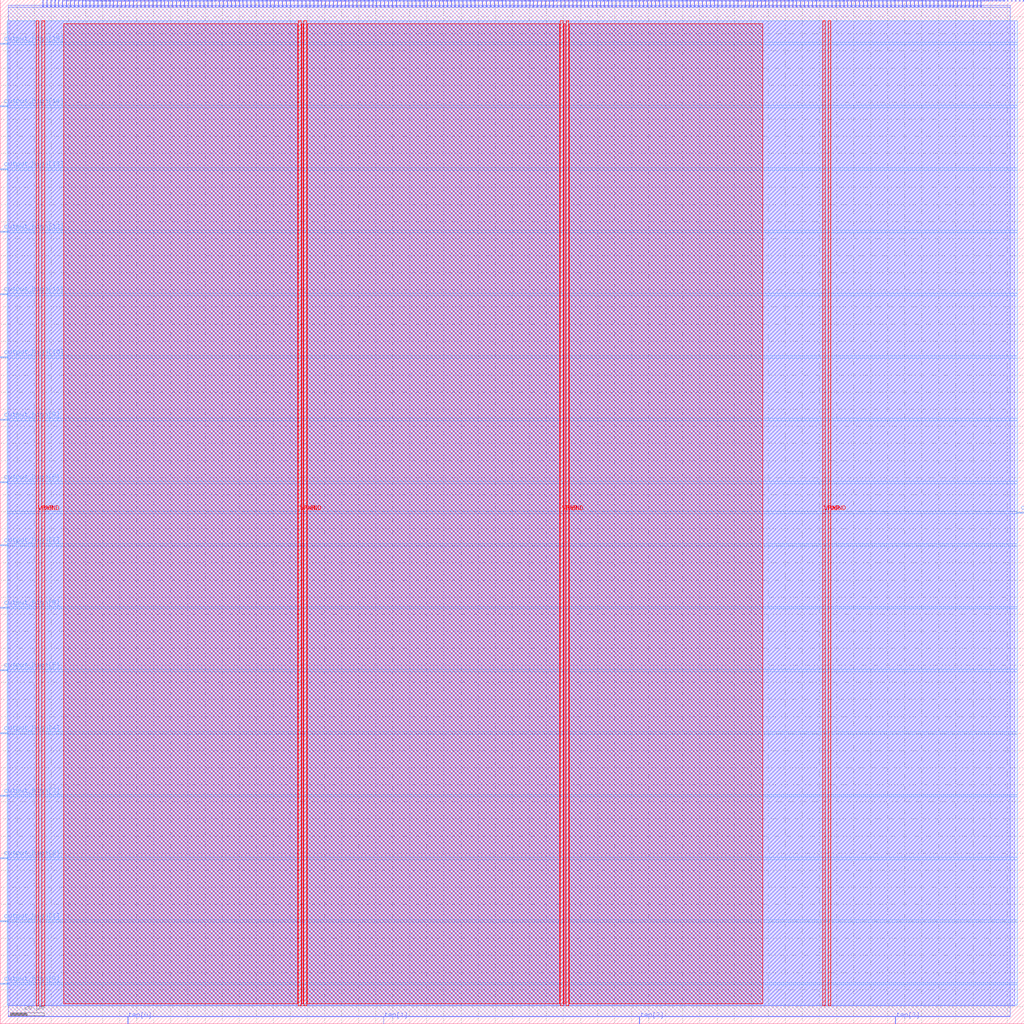
<source format=lef>
VERSION 5.7 ;
  NOWIREEXTENSIONATPIN ON ;
  DIVIDERCHAR "/" ;
  BUSBITCHARS "[]" ;
MACRO highpass
  CLASS BLOCK ;
  FOREIGN highpass ;
  ORIGIN 0.000 0.000 ;
  SIZE 600.000 BY 600.000 ;
  PIN VGND
    DIRECTION INOUT ;
    USE GROUND ;
    PORT
      LAYER met4 ;
        RECT 24.340 10.640 25.940 587.760 ;
    END
    PORT
      LAYER met4 ;
        RECT 177.940 10.640 179.540 587.760 ;
    END
    PORT
      LAYER met4 ;
        RECT 331.540 10.640 333.140 587.760 ;
    END
    PORT
      LAYER met4 ;
        RECT 485.140 10.640 486.740 587.760 ;
    END
  END VGND
  PIN VPWR
    DIRECTION INOUT ;
    USE POWER ;
    PORT
      LAYER met4 ;
        RECT 21.040 10.640 22.640 587.760 ;
    END
    PORT
      LAYER met4 ;
        RECT 174.640 10.640 176.240 587.760 ;
    END
    PORT
      LAYER met4 ;
        RECT 328.240 10.640 329.840 587.760 ;
    END
    PORT
      LAYER met4 ;
        RECT 481.840 10.640 483.440 587.760 ;
    END
  END VPWR
  PIN clk
    DIRECTION INPUT ;
    USE SIGNAL ;
    ANTENNAGATEAREA 0.852000 ;
    ANTENNADIFFAREA 0.434700 ;
    PORT
      LAYER met3 ;
        RECT 596.000 299.240 600.000 299.840 ;
    END
  END clk
  PIN input_data[0]
    DIRECTION INPUT ;
    USE SIGNAL ;
    ANTENNAGATEAREA 0.247500 ;
    ANTENNADIFFAREA 0.434700 ;
    PORT
      LAYER met2 ;
        RECT 24.930 596.000 25.210 600.000 ;
    END
  END input_data[0]
  PIN input_data[100]
    DIRECTION INPUT ;
    USE SIGNAL ;
    ANTENNAGATEAREA 0.213000 ;
    ANTENNADIFFAREA 0.434700 ;
    PORT
      LAYER met2 ;
        RECT 254.930 596.000 255.210 600.000 ;
    END
  END input_data[100]
  PIN input_data[101]
    DIRECTION INPUT ;
    USE SIGNAL ;
    ANTENNAGATEAREA 0.196500 ;
    ANTENNADIFFAREA 0.434700 ;
    PORT
      LAYER met2 ;
        RECT 257.230 596.000 257.510 600.000 ;
    END
  END input_data[101]
  PIN input_data[102]
    DIRECTION INPUT ;
    USE SIGNAL ;
    ANTENNAGATEAREA 0.196500 ;
    ANTENNADIFFAREA 0.434700 ;
    PORT
      LAYER met2 ;
        RECT 259.530 596.000 259.810 600.000 ;
    END
  END input_data[102]
  PIN input_data[103]
    DIRECTION INPUT ;
    USE SIGNAL ;
    ANTENNAGATEAREA 0.196500 ;
    ANTENNADIFFAREA 0.434700 ;
    PORT
      LAYER met2 ;
        RECT 261.830 596.000 262.110 600.000 ;
    END
  END input_data[103]
  PIN input_data[104]
    DIRECTION INPUT ;
    USE SIGNAL ;
    ANTENNAGATEAREA 0.196500 ;
    ANTENNADIFFAREA 0.434700 ;
    PORT
      LAYER met2 ;
        RECT 264.130 596.000 264.410 600.000 ;
    END
  END input_data[104]
  PIN input_data[105]
    DIRECTION INPUT ;
    USE SIGNAL ;
    ANTENNAGATEAREA 0.196500 ;
    ANTENNADIFFAREA 0.434700 ;
    PORT
      LAYER met2 ;
        RECT 266.430 596.000 266.710 600.000 ;
    END
  END input_data[105]
  PIN input_data[106]
    DIRECTION INPUT ;
    USE SIGNAL ;
    ANTENNAGATEAREA 0.196500 ;
    ANTENNADIFFAREA 0.434700 ;
    PORT
      LAYER met2 ;
        RECT 268.730 596.000 269.010 600.000 ;
    END
  END input_data[106]
  PIN input_data[107]
    DIRECTION INPUT ;
    USE SIGNAL ;
    ANTENNAGATEAREA 0.196500 ;
    ANTENNADIFFAREA 0.434700 ;
    PORT
      LAYER met2 ;
        RECT 271.030 596.000 271.310 600.000 ;
    END
  END input_data[107]
  PIN input_data[108]
    DIRECTION INPUT ;
    USE SIGNAL ;
    ANTENNAGATEAREA 0.213000 ;
    ANTENNADIFFAREA 0.434700 ;
    PORT
      LAYER met2 ;
        RECT 273.330 596.000 273.610 600.000 ;
    END
  END input_data[108]
  PIN input_data[109]
    DIRECTION INPUT ;
    USE SIGNAL ;
    ANTENNAGATEAREA 0.126000 ;
    ANTENNADIFFAREA 0.434700 ;
    PORT
      LAYER met2 ;
        RECT 275.630 596.000 275.910 600.000 ;
    END
  END input_data[109]
  PIN input_data[10]
    DIRECTION INPUT ;
    USE SIGNAL ;
    ANTENNAGATEAREA 0.247500 ;
    ANTENNADIFFAREA 0.434700 ;
    PORT
      LAYER met2 ;
        RECT 47.930 596.000 48.210 600.000 ;
    END
  END input_data[10]
  PIN input_data[110]
    DIRECTION INPUT ;
    USE SIGNAL ;
    ANTENNAGATEAREA 0.196500 ;
    ANTENNADIFFAREA 0.434700 ;
    PORT
      LAYER met2 ;
        RECT 277.930 596.000 278.210 600.000 ;
    END
  END input_data[110]
  PIN input_data[111]
    DIRECTION INPUT ;
    USE SIGNAL ;
    ANTENNAGATEAREA 0.196500 ;
    ANTENNADIFFAREA 0.434700 ;
    PORT
      LAYER met2 ;
        RECT 280.230 596.000 280.510 600.000 ;
    END
  END input_data[111]
  PIN input_data[112]
    DIRECTION INPUT ;
    USE SIGNAL ;
    ANTENNAGATEAREA 0.213000 ;
    ANTENNADIFFAREA 0.434700 ;
    PORT
      LAYER met2 ;
        RECT 282.530 596.000 282.810 600.000 ;
    END
  END input_data[112]
  PIN input_data[113]
    DIRECTION INPUT ;
    USE SIGNAL ;
    ANTENNAGATEAREA 0.126000 ;
    ANTENNADIFFAREA 0.434700 ;
    PORT
      LAYER met2 ;
        RECT 284.830 596.000 285.110 600.000 ;
    END
  END input_data[113]
  PIN input_data[114]
    DIRECTION INPUT ;
    USE SIGNAL ;
    ANTENNAGATEAREA 0.126000 ;
    ANTENNADIFFAREA 0.434700 ;
    PORT
      LAYER met2 ;
        RECT 287.130 596.000 287.410 600.000 ;
    END
  END input_data[114]
  PIN input_data[115]
    DIRECTION INPUT ;
    USE SIGNAL ;
    ANTENNAGATEAREA 0.196500 ;
    ANTENNADIFFAREA 0.434700 ;
    PORT
      LAYER met2 ;
        RECT 289.430 596.000 289.710 600.000 ;
    END
  END input_data[115]
  PIN input_data[116]
    DIRECTION INPUT ;
    USE SIGNAL ;
    ANTENNAGATEAREA 0.196500 ;
    ANTENNADIFFAREA 0.434700 ;
    PORT
      LAYER met2 ;
        RECT 291.730 596.000 292.010 600.000 ;
    END
  END input_data[116]
  PIN input_data[117]
    DIRECTION INPUT ;
    USE SIGNAL ;
    ANTENNAGATEAREA 0.196500 ;
    ANTENNADIFFAREA 0.434700 ;
    PORT
      LAYER met2 ;
        RECT 294.030 596.000 294.310 600.000 ;
    END
  END input_data[117]
  PIN input_data[118]
    DIRECTION INPUT ;
    USE SIGNAL ;
    ANTENNAGATEAREA 0.196500 ;
    ANTENNADIFFAREA 0.434700 ;
    PORT
      LAYER met2 ;
        RECT 296.330 596.000 296.610 600.000 ;
    END
  END input_data[118]
  PIN input_data[119]
    DIRECTION INPUT ;
    USE SIGNAL ;
    ANTENNAGATEAREA 0.196500 ;
    ANTENNADIFFAREA 0.434700 ;
    PORT
      LAYER met2 ;
        RECT 298.630 596.000 298.910 600.000 ;
    END
  END input_data[119]
  PIN input_data[11]
    DIRECTION INPUT ;
    USE SIGNAL ;
    ANTENNAGATEAREA 0.159000 ;
    ANTENNADIFFAREA 0.434700 ;
    PORT
      LAYER met2 ;
        RECT 50.230 596.000 50.510 600.000 ;
    END
  END input_data[11]
  PIN input_data[120]
    DIRECTION INPUT ;
    USE SIGNAL ;
    ANTENNAGATEAREA 0.213000 ;
    ANTENNADIFFAREA 0.434700 ;
    PORT
      LAYER met2 ;
        RECT 300.930 596.000 301.210 600.000 ;
    END
  END input_data[120]
  PIN input_data[121]
    DIRECTION INPUT ;
    USE SIGNAL ;
    ANTENNAGATEAREA 0.126000 ;
    ANTENNADIFFAREA 0.434700 ;
    PORT
      LAYER met2 ;
        RECT 303.230 596.000 303.510 600.000 ;
    END
  END input_data[121]
  PIN input_data[122]
    DIRECTION INPUT ;
    USE SIGNAL ;
    ANTENNAGATEAREA 0.159000 ;
    ANTENNADIFFAREA 0.434700 ;
    PORT
      LAYER met2 ;
        RECT 305.530 596.000 305.810 600.000 ;
    END
  END input_data[122]
  PIN input_data[123]
    DIRECTION INPUT ;
    USE SIGNAL ;
    ANTENNAGATEAREA 0.159000 ;
    ANTENNADIFFAREA 0.434700 ;
    PORT
      LAYER met2 ;
        RECT 307.830 596.000 308.110 600.000 ;
    END
  END input_data[123]
  PIN input_data[124]
    DIRECTION INPUT ;
    USE SIGNAL ;
    ANTENNAGATEAREA 0.213000 ;
    ANTENNADIFFAREA 0.434700 ;
    PORT
      LAYER met2 ;
        RECT 310.130 596.000 310.410 600.000 ;
    END
  END input_data[124]
  PIN input_data[125]
    DIRECTION INPUT ;
    USE SIGNAL ;
    ANTENNAGATEAREA 0.196500 ;
    ANTENNADIFFAREA 0.434700 ;
    PORT
      LAYER met2 ;
        RECT 312.430 596.000 312.710 600.000 ;
    END
  END input_data[125]
  PIN input_data[126]
    DIRECTION INPUT ;
    USE SIGNAL ;
    ANTENNAGATEAREA 0.196500 ;
    ANTENNADIFFAREA 0.434700 ;
    PORT
      LAYER met2 ;
        RECT 314.730 596.000 315.010 600.000 ;
    END
  END input_data[126]
  PIN input_data[127]
    DIRECTION INPUT ;
    USE SIGNAL ;
    PORT
      LAYER met2 ;
        RECT 317.030 596.000 317.310 600.000 ;
    END
  END input_data[127]
  PIN input_data[128]
    DIRECTION INPUT ;
    USE SIGNAL ;
    ANTENNAGATEAREA 0.213000 ;
    ANTENNADIFFAREA 0.434700 ;
    PORT
      LAYER met2 ;
        RECT 319.330 596.000 319.610 600.000 ;
    END
  END input_data[128]
  PIN input_data[129]
    DIRECTION INPUT ;
    USE SIGNAL ;
    ANTENNAGATEAREA 0.213000 ;
    ANTENNADIFFAREA 0.434700 ;
    PORT
      LAYER met2 ;
        RECT 321.630 596.000 321.910 600.000 ;
    END
  END input_data[129]
  PIN input_data[12]
    DIRECTION INPUT ;
    USE SIGNAL ;
    ANTENNAGATEAREA 0.742500 ;
    ANTENNADIFFAREA 0.434700 ;
    PORT
      LAYER met2 ;
        RECT 52.530 596.000 52.810 600.000 ;
    END
  END input_data[12]
  PIN input_data[130]
    DIRECTION INPUT ;
    USE SIGNAL ;
    ANTENNAGATEAREA 0.159000 ;
    ANTENNADIFFAREA 0.434700 ;
    PORT
      LAYER met2 ;
        RECT 323.930 596.000 324.210 600.000 ;
    END
  END input_data[130]
  PIN input_data[131]
    DIRECTION INPUT ;
    USE SIGNAL ;
    ANTENNAGATEAREA 0.159000 ;
    ANTENNADIFFAREA 0.434700 ;
    PORT
      LAYER met2 ;
        RECT 326.230 596.000 326.510 600.000 ;
    END
  END input_data[131]
  PIN input_data[132]
    DIRECTION INPUT ;
    USE SIGNAL ;
    ANTENNAGATEAREA 0.159000 ;
    ANTENNADIFFAREA 0.434700 ;
    PORT
      LAYER met2 ;
        RECT 328.530 596.000 328.810 600.000 ;
    END
  END input_data[132]
  PIN input_data[133]
    DIRECTION INPUT ;
    USE SIGNAL ;
    ANTENNAGATEAREA 0.247500 ;
    ANTENNADIFFAREA 0.434700 ;
    PORT
      LAYER met2 ;
        RECT 330.830 596.000 331.110 600.000 ;
    END
  END input_data[133]
  PIN input_data[134]
    DIRECTION INPUT ;
    USE SIGNAL ;
    ANTENNAGATEAREA 0.247500 ;
    ANTENNADIFFAREA 0.434700 ;
    PORT
      LAYER met2 ;
        RECT 333.130 596.000 333.410 600.000 ;
    END
  END input_data[134]
  PIN input_data[135]
    DIRECTION INPUT ;
    USE SIGNAL ;
    ANTENNAGATEAREA 0.247500 ;
    ANTENNADIFFAREA 0.434700 ;
    PORT
      LAYER met2 ;
        RECT 335.430 596.000 335.710 600.000 ;
    END
  END input_data[135]
  PIN input_data[136]
    DIRECTION INPUT ;
    USE SIGNAL ;
    ANTENNAGATEAREA 0.742500 ;
    ANTENNADIFFAREA 0.434700 ;
    PORT
      LAYER met2 ;
        RECT 337.730 596.000 338.010 600.000 ;
    END
  END input_data[136]
  PIN input_data[137]
    DIRECTION INPUT ;
    USE SIGNAL ;
    ANTENNAGATEAREA 0.426000 ;
    ANTENNADIFFAREA 0.434700 ;
    PORT
      LAYER met2 ;
        RECT 340.030 596.000 340.310 600.000 ;
    END
  END input_data[137]
  PIN input_data[138]
    DIRECTION INPUT ;
    USE SIGNAL ;
    ANTENNAGATEAREA 0.213000 ;
    ANTENNADIFFAREA 0.434700 ;
    PORT
      LAYER met2 ;
        RECT 342.330 596.000 342.610 600.000 ;
    END
  END input_data[138]
  PIN input_data[139]
    DIRECTION INPUT ;
    USE SIGNAL ;
    ANTENNAGATEAREA 0.426000 ;
    ANTENNADIFFAREA 0.434700 ;
    PORT
      LAYER met2 ;
        RECT 344.630 596.000 344.910 600.000 ;
    END
  END input_data[139]
  PIN input_data[13]
    DIRECTION INPUT ;
    USE SIGNAL ;
    ANTENNAGATEAREA 0.495000 ;
    ANTENNADIFFAREA 0.434700 ;
    PORT
      LAYER met2 ;
        RECT 54.830 596.000 55.110 600.000 ;
    END
  END input_data[13]
  PIN input_data[140]
    DIRECTION INPUT ;
    USE SIGNAL ;
    ANTENNAGATEAREA 0.247500 ;
    ANTENNADIFFAREA 0.434700 ;
    PORT
      LAYER met2 ;
        RECT 346.930 596.000 347.210 600.000 ;
    END
  END input_data[140]
  PIN input_data[141]
    DIRECTION INPUT ;
    USE SIGNAL ;
    ANTENNAGATEAREA 0.247500 ;
    ANTENNADIFFAREA 0.434700 ;
    PORT
      LAYER met2 ;
        RECT 349.230 596.000 349.510 600.000 ;
    END
  END input_data[141]
  PIN input_data[142]
    DIRECTION INPUT ;
    USE SIGNAL ;
    ANTENNAGATEAREA 0.213000 ;
    ANTENNADIFFAREA 0.434700 ;
    PORT
      LAYER met2 ;
        RECT 351.530 596.000 351.810 600.000 ;
    END
  END input_data[142]
  PIN input_data[143]
    DIRECTION INPUT ;
    USE SIGNAL ;
    ANTENNAGATEAREA 0.213000 ;
    ANTENNADIFFAREA 0.434700 ;
    PORT
      LAYER met2 ;
        RECT 353.830 596.000 354.110 600.000 ;
    END
  END input_data[143]
  PIN input_data[144]
    DIRECTION INPUT ;
    USE SIGNAL ;
    ANTENNAGATEAREA 0.213000 ;
    ANTENNADIFFAREA 0.434700 ;
    PORT
      LAYER met2 ;
        RECT 356.130 596.000 356.410 600.000 ;
    END
  END input_data[144]
  PIN input_data[145]
    DIRECTION INPUT ;
    USE SIGNAL ;
    ANTENNAGATEAREA 0.213000 ;
    ANTENNADIFFAREA 0.434700 ;
    PORT
      LAYER met2 ;
        RECT 358.430 596.000 358.710 600.000 ;
    END
  END input_data[145]
  PIN input_data[146]
    DIRECTION INPUT ;
    USE SIGNAL ;
    ANTENNAGATEAREA 0.213000 ;
    ANTENNADIFFAREA 0.434700 ;
    PORT
      LAYER met2 ;
        RECT 360.730 596.000 361.010 600.000 ;
    END
  END input_data[146]
  PIN input_data[147]
    DIRECTION INPUT ;
    USE SIGNAL ;
    ANTENNAGATEAREA 0.159000 ;
    ANTENNADIFFAREA 0.434700 ;
    PORT
      LAYER met2 ;
        RECT 363.030 596.000 363.310 600.000 ;
    END
  END input_data[147]
  PIN input_data[148]
    DIRECTION INPUT ;
    USE SIGNAL ;
    ANTENNAGATEAREA 0.213000 ;
    ANTENNADIFFAREA 0.434700 ;
    PORT
      LAYER met2 ;
        RECT 365.330 596.000 365.610 600.000 ;
    END
  END input_data[148]
  PIN input_data[149]
    DIRECTION INPUT ;
    USE SIGNAL ;
    ANTENNAGATEAREA 0.213000 ;
    ANTENNADIFFAREA 0.434700 ;
    PORT
      LAYER met2 ;
        RECT 367.630 596.000 367.910 600.000 ;
    END
  END input_data[149]
  PIN input_data[14]
    DIRECTION INPUT ;
    USE SIGNAL ;
    ANTENNAGATEAREA 0.159000 ;
    ANTENNADIFFAREA 0.434700 ;
    PORT
      LAYER met2 ;
        RECT 57.130 596.000 57.410 600.000 ;
    END
  END input_data[14]
  PIN input_data[150]
    DIRECTION INPUT ;
    USE SIGNAL ;
    ANTENNAGATEAREA 0.213000 ;
    ANTENNADIFFAREA 0.434700 ;
    PORT
      LAYER met2 ;
        RECT 369.930 596.000 370.210 600.000 ;
    END
  END input_data[150]
  PIN input_data[151]
    DIRECTION INPUT ;
    USE SIGNAL ;
    ANTENNAGATEAREA 0.159000 ;
    ANTENNADIFFAREA 0.434700 ;
    PORT
      LAYER met2 ;
        RECT 372.230 596.000 372.510 600.000 ;
    END
  END input_data[151]
  PIN input_data[152]
    DIRECTION INPUT ;
    USE SIGNAL ;
    ANTENNAGATEAREA 0.159000 ;
    ANTENNADIFFAREA 0.434700 ;
    PORT
      LAYER met2 ;
        RECT 374.530 596.000 374.810 600.000 ;
    END
  END input_data[152]
  PIN input_data[153]
    DIRECTION INPUT ;
    USE SIGNAL ;
    ANTENNAGATEAREA 0.213000 ;
    ANTENNADIFFAREA 0.434700 ;
    PORT
      LAYER met2 ;
        RECT 376.830 596.000 377.110 600.000 ;
    END
  END input_data[153]
  PIN input_data[154]
    DIRECTION INPUT ;
    USE SIGNAL ;
    ANTENNAGATEAREA 0.213000 ;
    ANTENNADIFFAREA 0.434700 ;
    PORT
      LAYER met2 ;
        RECT 379.130 596.000 379.410 600.000 ;
    END
  END input_data[154]
  PIN input_data[155]
    DIRECTION INPUT ;
    USE SIGNAL ;
    ANTENNAGATEAREA 0.196500 ;
    ANTENNADIFFAREA 0.434700 ;
    PORT
      LAYER met2 ;
        RECT 381.430 596.000 381.710 600.000 ;
    END
  END input_data[155]
  PIN input_data[156]
    DIRECTION INPUT ;
    USE SIGNAL ;
    ANTENNAGATEAREA 0.213000 ;
    ANTENNADIFFAREA 0.434700 ;
    PORT
      LAYER met2 ;
        RECT 383.730 596.000 384.010 600.000 ;
    END
  END input_data[156]
  PIN input_data[157]
    DIRECTION INPUT ;
    USE SIGNAL ;
    ANTENNAGATEAREA 0.213000 ;
    ANTENNADIFFAREA 0.434700 ;
    PORT
      LAYER met2 ;
        RECT 386.030 596.000 386.310 600.000 ;
    END
  END input_data[157]
  PIN input_data[158]
    DIRECTION INPUT ;
    USE SIGNAL ;
    ANTENNAGATEAREA 0.196500 ;
    ANTENNADIFFAREA 0.434700 ;
    PORT
      LAYER met2 ;
        RECT 388.330 596.000 388.610 600.000 ;
    END
  END input_data[158]
  PIN input_data[159]
    DIRECTION INPUT ;
    USE SIGNAL ;
    ANTENNAGATEAREA 0.196500 ;
    ANTENNADIFFAREA 0.434700 ;
    PORT
      LAYER met2 ;
        RECT 390.630 596.000 390.910 600.000 ;
    END
  END input_data[159]
  PIN input_data[15]
    DIRECTION INPUT ;
    USE SIGNAL ;
    ANTENNAGATEAREA 0.213000 ;
    ANTENNADIFFAREA 0.434700 ;
    PORT
      LAYER met2 ;
        RECT 59.430 596.000 59.710 600.000 ;
    END
  END input_data[15]
  PIN input_data[160]
    DIRECTION INPUT ;
    USE SIGNAL ;
    ANTENNAGATEAREA 0.426000 ;
    ANTENNADIFFAREA 0.434700 ;
    PORT
      LAYER met2 ;
        RECT 392.930 596.000 393.210 600.000 ;
    END
  END input_data[160]
  PIN input_data[161]
    DIRECTION INPUT ;
    USE SIGNAL ;
    ANTENNAGATEAREA 0.247500 ;
    ANTENNADIFFAREA 0.434700 ;
    PORT
      LAYER met2 ;
        RECT 395.230 596.000 395.510 600.000 ;
    END
  END input_data[161]
  PIN input_data[162]
    DIRECTION INPUT ;
    USE SIGNAL ;
    ANTENNAGATEAREA 0.247500 ;
    ANTENNADIFFAREA 0.434700 ;
    PORT
      LAYER met2 ;
        RECT 397.530 596.000 397.810 600.000 ;
    END
  END input_data[162]
  PIN input_data[163]
    DIRECTION INPUT ;
    USE SIGNAL ;
    ANTENNAGATEAREA 0.247500 ;
    ANTENNADIFFAREA 0.434700 ;
    PORT
      LAYER met2 ;
        RECT 399.830 596.000 400.110 600.000 ;
    END
  END input_data[163]
  PIN input_data[164]
    DIRECTION INPUT ;
    USE SIGNAL ;
    ANTENNAGATEAREA 0.213000 ;
    ANTENNADIFFAREA 0.434700 ;
    PORT
      LAYER met2 ;
        RECT 402.130 596.000 402.410 600.000 ;
    END
  END input_data[164]
  PIN input_data[165]
    DIRECTION INPUT ;
    USE SIGNAL ;
    ANTENNAGATEAREA 0.213000 ;
    ANTENNADIFFAREA 0.434700 ;
    PORT
      LAYER met2 ;
        RECT 404.430 596.000 404.710 600.000 ;
    END
  END input_data[165]
  PIN input_data[166]
    DIRECTION INPUT ;
    USE SIGNAL ;
    ANTENNAGATEAREA 0.213000 ;
    ANTENNADIFFAREA 0.434700 ;
    PORT
      LAYER met2 ;
        RECT 406.730 596.000 407.010 600.000 ;
    END
  END input_data[166]
  PIN input_data[167]
    DIRECTION INPUT ;
    USE SIGNAL ;
    ANTENNAGATEAREA 0.126000 ;
    ANTENNADIFFAREA 0.434700 ;
    PORT
      LAYER met2 ;
        RECT 409.030 596.000 409.310 600.000 ;
    END
  END input_data[167]
  PIN input_data[168]
    DIRECTION INPUT ;
    USE SIGNAL ;
    ANTENNAGATEAREA 0.126000 ;
    ANTENNADIFFAREA 0.434700 ;
    PORT
      LAYER met2 ;
        RECT 411.330 596.000 411.610 600.000 ;
    END
  END input_data[168]
  PIN input_data[169]
    DIRECTION INPUT ;
    USE SIGNAL ;
    ANTENNAGATEAREA 0.196500 ;
    ANTENNADIFFAREA 0.434700 ;
    PORT
      LAYER met2 ;
        RECT 413.630 596.000 413.910 600.000 ;
    END
  END input_data[169]
  PIN input_data[16]
    DIRECTION INPUT ;
    USE SIGNAL ;
    ANTENNAGATEAREA 0.247500 ;
    ANTENNADIFFAREA 0.434700 ;
    PORT
      LAYER met2 ;
        RECT 61.730 596.000 62.010 600.000 ;
    END
  END input_data[16]
  PIN input_data[170]
    DIRECTION INPUT ;
    USE SIGNAL ;
    ANTENNAGATEAREA 0.196500 ;
    ANTENNADIFFAREA 0.434700 ;
    PORT
      LAYER met2 ;
        RECT 415.930 596.000 416.210 600.000 ;
    END
  END input_data[170]
  PIN input_data[171]
    DIRECTION INPUT ;
    USE SIGNAL ;
    ANTENNAGATEAREA 0.213000 ;
    ANTENNADIFFAREA 0.434700 ;
    PORT
      LAYER met2 ;
        RECT 418.230 596.000 418.510 600.000 ;
    END
  END input_data[171]
  PIN input_data[172]
    DIRECTION INPUT ;
    USE SIGNAL ;
    ANTENNAGATEAREA 0.159000 ;
    ANTENNADIFFAREA 0.434700 ;
    PORT
      LAYER met2 ;
        RECT 420.530 596.000 420.810 600.000 ;
    END
  END input_data[172]
  PIN input_data[173]
    DIRECTION INPUT ;
    USE SIGNAL ;
    ANTENNAGATEAREA 0.213000 ;
    ANTENNADIFFAREA 0.434700 ;
    PORT
      LAYER met2 ;
        RECT 422.830 596.000 423.110 600.000 ;
    END
  END input_data[173]
  PIN input_data[174]
    DIRECTION INPUT ;
    USE SIGNAL ;
    ANTENNAGATEAREA 0.196500 ;
    ANTENNADIFFAREA 0.434700 ;
    PORT
      LAYER met2 ;
        RECT 425.130 596.000 425.410 600.000 ;
    END
  END input_data[174]
  PIN input_data[175]
    DIRECTION INPUT ;
    USE SIGNAL ;
    ANTENNAGATEAREA 0.196500 ;
    ANTENNADIFFAREA 0.434700 ;
    PORT
      LAYER met2 ;
        RECT 427.430 596.000 427.710 600.000 ;
    END
  END input_data[175]
  PIN input_data[176]
    DIRECTION INPUT ;
    USE SIGNAL ;
    ANTENNAGATEAREA 0.213000 ;
    ANTENNADIFFAREA 0.434700 ;
    PORT
      LAYER met2 ;
        RECT 429.730 596.000 430.010 600.000 ;
    END
  END input_data[176]
  PIN input_data[177]
    DIRECTION INPUT ;
    USE SIGNAL ;
    ANTENNAGATEAREA 0.213000 ;
    ANTENNADIFFAREA 0.434700 ;
    PORT
      LAYER met2 ;
        RECT 432.030 596.000 432.310 600.000 ;
    END
  END input_data[177]
  PIN input_data[178]
    DIRECTION INPUT ;
    USE SIGNAL ;
    ANTENNAGATEAREA 0.213000 ;
    ANTENNADIFFAREA 0.434700 ;
    PORT
      LAYER met2 ;
        RECT 434.330 596.000 434.610 600.000 ;
    END
  END input_data[178]
  PIN input_data[179]
    DIRECTION INPUT ;
    USE SIGNAL ;
    ANTENNAGATEAREA 0.247500 ;
    ANTENNADIFFAREA 0.434700 ;
    PORT
      LAYER met2 ;
        RECT 436.630 596.000 436.910 600.000 ;
    END
  END input_data[179]
  PIN input_data[17]
    DIRECTION INPUT ;
    USE SIGNAL ;
    ANTENNAGATEAREA 0.213000 ;
    ANTENNADIFFAREA 0.434700 ;
    PORT
      LAYER met2 ;
        RECT 64.030 596.000 64.310 600.000 ;
    END
  END input_data[17]
  PIN input_data[180]
    DIRECTION INPUT ;
    USE SIGNAL ;
    ANTENNAGATEAREA 0.213000 ;
    ANTENNADIFFAREA 0.434700 ;
    PORT
      LAYER met2 ;
        RECT 438.930 596.000 439.210 600.000 ;
    END
  END input_data[180]
  PIN input_data[181]
    DIRECTION INPUT ;
    USE SIGNAL ;
    ANTENNAGATEAREA 0.159000 ;
    ANTENNADIFFAREA 0.434700 ;
    PORT
      LAYER met2 ;
        RECT 441.230 596.000 441.510 600.000 ;
    END
  END input_data[181]
  PIN input_data[182]
    DIRECTION INPUT ;
    USE SIGNAL ;
    ANTENNAGATEAREA 0.159000 ;
    ANTENNADIFFAREA 0.434700 ;
    PORT
      LAYER met2 ;
        RECT 443.530 596.000 443.810 600.000 ;
    END
  END input_data[182]
  PIN input_data[183]
    DIRECTION INPUT ;
    USE SIGNAL ;
    ANTENNAGATEAREA 0.159000 ;
    ANTENNADIFFAREA 0.434700 ;
    PORT
      LAYER met2 ;
        RECT 445.830 596.000 446.110 600.000 ;
    END
  END input_data[183]
  PIN input_data[184]
    DIRECTION INPUT ;
    USE SIGNAL ;
    ANTENNAGATEAREA 0.159000 ;
    ANTENNADIFFAREA 0.434700 ;
    PORT
      LAYER met2 ;
        RECT 448.130 596.000 448.410 600.000 ;
    END
  END input_data[184]
  PIN input_data[185]
    DIRECTION INPUT ;
    USE SIGNAL ;
    ANTENNAGATEAREA 0.213000 ;
    ANTENNADIFFAREA 0.434700 ;
    PORT
      LAYER met2 ;
        RECT 450.430 596.000 450.710 600.000 ;
    END
  END input_data[185]
  PIN input_data[186]
    DIRECTION INPUT ;
    USE SIGNAL ;
    ANTENNAGATEAREA 0.213000 ;
    ANTENNADIFFAREA 0.434700 ;
    PORT
      LAYER met2 ;
        RECT 452.730 596.000 453.010 600.000 ;
    END
  END input_data[186]
  PIN input_data[187]
    DIRECTION INPUT ;
    USE SIGNAL ;
    ANTENNAGATEAREA 0.159000 ;
    ANTENNADIFFAREA 0.434700 ;
    PORT
      LAYER met2 ;
        RECT 455.030 596.000 455.310 600.000 ;
    END
  END input_data[187]
  PIN input_data[188]
    DIRECTION INPUT ;
    USE SIGNAL ;
    ANTENNAGATEAREA 0.213000 ;
    ANTENNADIFFAREA 0.434700 ;
    PORT
      LAYER met2 ;
        RECT 457.330 596.000 457.610 600.000 ;
    END
  END input_data[188]
  PIN input_data[189]
    DIRECTION INPUT ;
    USE SIGNAL ;
    ANTENNAGATEAREA 0.196500 ;
    ANTENNADIFFAREA 0.434700 ;
    PORT
      LAYER met2 ;
        RECT 459.630 596.000 459.910 600.000 ;
    END
  END input_data[189]
  PIN input_data[18]
    DIRECTION INPUT ;
    USE SIGNAL ;
    ANTENNAGATEAREA 0.247500 ;
    ANTENNADIFFAREA 0.434700 ;
    PORT
      LAYER met2 ;
        RECT 66.330 596.000 66.610 600.000 ;
    END
  END input_data[18]
  PIN input_data[190]
    DIRECTION INPUT ;
    USE SIGNAL ;
    ANTENNAGATEAREA 0.196500 ;
    ANTENNADIFFAREA 0.434700 ;
    PORT
      LAYER met2 ;
        RECT 461.930 596.000 462.210 600.000 ;
    END
  END input_data[190]
  PIN input_data[191]
    DIRECTION INPUT ;
    USE SIGNAL ;
    PORT
      LAYER met2 ;
        RECT 464.230 596.000 464.510 600.000 ;
    END
  END input_data[191]
  PIN input_data[192]
    DIRECTION INPUT ;
    USE SIGNAL ;
    ANTENNAGATEAREA 0.159000 ;
    ANTENNADIFFAREA 0.434700 ;
    PORT
      LAYER met2 ;
        RECT 466.530 596.000 466.810 600.000 ;
    END
  END input_data[192]
  PIN input_data[193]
    DIRECTION INPUT ;
    USE SIGNAL ;
    ANTENNAGATEAREA 0.213000 ;
    ANTENNADIFFAREA 0.434700 ;
    PORT
      LAYER met2 ;
        RECT 468.830 596.000 469.110 600.000 ;
    END
  END input_data[193]
  PIN input_data[194]
    DIRECTION INPUT ;
    USE SIGNAL ;
    ANTENNAGATEAREA 0.213000 ;
    ANTENNADIFFAREA 0.434700 ;
    PORT
      LAYER met2 ;
        RECT 471.130 596.000 471.410 600.000 ;
    END
  END input_data[194]
  PIN input_data[195]
    DIRECTION INPUT ;
    USE SIGNAL ;
    ANTENNAGATEAREA 0.159000 ;
    ANTENNADIFFAREA 0.434700 ;
    PORT
      LAYER met2 ;
        RECT 473.430 596.000 473.710 600.000 ;
    END
  END input_data[195]
  PIN input_data[196]
    DIRECTION INPUT ;
    USE SIGNAL ;
    ANTENNAGATEAREA 0.213000 ;
    ANTENNADIFFAREA 0.434700 ;
    PORT
      LAYER met2 ;
        RECT 475.730 596.000 476.010 600.000 ;
    END
  END input_data[196]
  PIN input_data[197]
    DIRECTION INPUT ;
    USE SIGNAL ;
    ANTENNAGATEAREA 0.126000 ;
    ANTENNADIFFAREA 0.434700 ;
    PORT
      LAYER met2 ;
        RECT 478.030 596.000 478.310 600.000 ;
    END
  END input_data[197]
  PIN input_data[198]
    DIRECTION INPUT ;
    USE SIGNAL ;
    ANTENNAGATEAREA 0.126000 ;
    ANTENNADIFFAREA 0.434700 ;
    PORT
      LAYER met2 ;
        RECT 480.330 596.000 480.610 600.000 ;
    END
  END input_data[198]
  PIN input_data[199]
    DIRECTION INPUT ;
    USE SIGNAL ;
    ANTENNAGATEAREA 0.213000 ;
    ANTENNADIFFAREA 0.434700 ;
    PORT
      LAYER met2 ;
        RECT 482.630 596.000 482.910 600.000 ;
    END
  END input_data[199]
  PIN input_data[19]
    DIRECTION INPUT ;
    USE SIGNAL ;
    ANTENNAGATEAREA 0.247500 ;
    ANTENNADIFFAREA 0.434700 ;
    PORT
      LAYER met2 ;
        RECT 68.630 596.000 68.910 600.000 ;
    END
  END input_data[19]
  PIN input_data[1]
    DIRECTION INPUT ;
    USE SIGNAL ;
    ANTENNAGATEAREA 0.213000 ;
    ANTENNADIFFAREA 0.434700 ;
    PORT
      LAYER met2 ;
        RECT 27.230 596.000 27.510 600.000 ;
    END
  END input_data[1]
  PIN input_data[200]
    DIRECTION INPUT ;
    USE SIGNAL ;
    ANTENNAGATEAREA 0.213000 ;
    ANTENNADIFFAREA 0.434700 ;
    PORT
      LAYER met2 ;
        RECT 484.930 596.000 485.210 600.000 ;
    END
  END input_data[200]
  PIN input_data[201]
    DIRECTION INPUT ;
    USE SIGNAL ;
    ANTENNAGATEAREA 0.213000 ;
    ANTENNADIFFAREA 0.434700 ;
    PORT
      LAYER met2 ;
        RECT 487.230 596.000 487.510 600.000 ;
    END
  END input_data[201]
  PIN input_data[202]
    DIRECTION INPUT ;
    USE SIGNAL ;
    ANTENNAGATEAREA 0.213000 ;
    ANTENNADIFFAREA 0.434700 ;
    PORT
      LAYER met2 ;
        RECT 489.530 596.000 489.810 600.000 ;
    END
  END input_data[202]
  PIN input_data[203]
    DIRECTION INPUT ;
    USE SIGNAL ;
    ANTENNAGATEAREA 0.213000 ;
    ANTENNADIFFAREA 0.434700 ;
    PORT
      LAYER met2 ;
        RECT 491.830 596.000 492.110 600.000 ;
    END
  END input_data[203]
  PIN input_data[204]
    DIRECTION INPUT ;
    USE SIGNAL ;
    ANTENNAGATEAREA 0.196500 ;
    ANTENNADIFFAREA 0.434700 ;
    PORT
      LAYER met2 ;
        RECT 494.130 596.000 494.410 600.000 ;
    END
  END input_data[204]
  PIN input_data[205]
    DIRECTION INPUT ;
    USE SIGNAL ;
    ANTENNAGATEAREA 0.196500 ;
    ANTENNADIFFAREA 0.434700 ;
    PORT
      LAYER met2 ;
        RECT 496.430 596.000 496.710 600.000 ;
    END
  END input_data[205]
  PIN input_data[206]
    DIRECTION INPUT ;
    USE SIGNAL ;
    ANTENNAGATEAREA 0.196500 ;
    ANTENNADIFFAREA 0.434700 ;
    PORT
      LAYER met2 ;
        RECT 498.730 596.000 499.010 600.000 ;
    END
  END input_data[206]
  PIN input_data[207]
    DIRECTION INPUT ;
    USE SIGNAL ;
    PORT
      LAYER met2 ;
        RECT 501.030 596.000 501.310 600.000 ;
    END
  END input_data[207]
  PIN input_data[208]
    DIRECTION INPUT ;
    USE SIGNAL ;
    PORT
      LAYER met2 ;
        RECT 503.330 596.000 503.610 600.000 ;
    END
  END input_data[208]
  PIN input_data[209]
    DIRECTION INPUT ;
    USE SIGNAL ;
    PORT
      LAYER met2 ;
        RECT 505.630 596.000 505.910 600.000 ;
    END
  END input_data[209]
  PIN input_data[20]
    DIRECTION INPUT ;
    USE SIGNAL ;
    ANTENNAGATEAREA 0.426000 ;
    ANTENNADIFFAREA 0.434700 ;
    PORT
      LAYER met2 ;
        RECT 70.930 596.000 71.210 600.000 ;
    END
  END input_data[20]
  PIN input_data[210]
    DIRECTION INPUT ;
    USE SIGNAL ;
    PORT
      LAYER met2 ;
        RECT 507.930 596.000 508.210 600.000 ;
    END
  END input_data[210]
  PIN input_data[211]
    DIRECTION INPUT ;
    USE SIGNAL ;
    PORT
      LAYER met2 ;
        RECT 510.230 596.000 510.510 600.000 ;
    END
  END input_data[211]
  PIN input_data[212]
    DIRECTION INPUT ;
    USE SIGNAL ;
    PORT
      LAYER met2 ;
        RECT 512.530 596.000 512.810 600.000 ;
    END
  END input_data[212]
  PIN input_data[213]
    DIRECTION INPUT ;
    USE SIGNAL ;
    PORT
      LAYER met2 ;
        RECT 514.830 596.000 515.110 600.000 ;
    END
  END input_data[213]
  PIN input_data[214]
    DIRECTION INPUT ;
    USE SIGNAL ;
    PORT
      LAYER met2 ;
        RECT 517.130 596.000 517.410 600.000 ;
    END
  END input_data[214]
  PIN input_data[215]
    DIRECTION INPUT ;
    USE SIGNAL ;
    PORT
      LAYER met2 ;
        RECT 519.430 596.000 519.710 600.000 ;
    END
  END input_data[215]
  PIN input_data[216]
    DIRECTION INPUT ;
    USE SIGNAL ;
    PORT
      LAYER met2 ;
        RECT 521.730 596.000 522.010 600.000 ;
    END
  END input_data[216]
  PIN input_data[217]
    DIRECTION INPUT ;
    USE SIGNAL ;
    PORT
      LAYER met2 ;
        RECT 524.030 596.000 524.310 600.000 ;
    END
  END input_data[217]
  PIN input_data[218]
    DIRECTION INPUT ;
    USE SIGNAL ;
    PORT
      LAYER met2 ;
        RECT 526.330 596.000 526.610 600.000 ;
    END
  END input_data[218]
  PIN input_data[219]
    DIRECTION INPUT ;
    USE SIGNAL ;
    PORT
      LAYER met2 ;
        RECT 528.630 596.000 528.910 600.000 ;
    END
  END input_data[219]
  PIN input_data[21]
    DIRECTION INPUT ;
    USE SIGNAL ;
    ANTENNAGATEAREA 0.196500 ;
    ANTENNADIFFAREA 0.434700 ;
    PORT
      LAYER met2 ;
        RECT 73.230 596.000 73.510 600.000 ;
    END
  END input_data[21]
  PIN input_data[220]
    DIRECTION INPUT ;
    USE SIGNAL ;
    PORT
      LAYER met2 ;
        RECT 530.930 596.000 531.210 600.000 ;
    END
  END input_data[220]
  PIN input_data[221]
    DIRECTION INPUT ;
    USE SIGNAL ;
    PORT
      LAYER met2 ;
        RECT 533.230 596.000 533.510 600.000 ;
    END
  END input_data[221]
  PIN input_data[222]
    DIRECTION INPUT ;
    USE SIGNAL ;
    PORT
      LAYER met2 ;
        RECT 535.530 596.000 535.810 600.000 ;
    END
  END input_data[222]
  PIN input_data[223]
    DIRECTION INPUT ;
    USE SIGNAL ;
    PORT
      LAYER met2 ;
        RECT 537.830 596.000 538.110 600.000 ;
    END
  END input_data[223]
  PIN input_data[224]
    DIRECTION INPUT ;
    USE SIGNAL ;
    ANTENNAGATEAREA 0.213000 ;
    ANTENNADIFFAREA 0.434700 ;
    PORT
      LAYER met2 ;
        RECT 540.130 596.000 540.410 600.000 ;
    END
  END input_data[224]
  PIN input_data[225]
    DIRECTION INPUT ;
    USE SIGNAL ;
    ANTENNAGATEAREA 0.247500 ;
    ANTENNADIFFAREA 0.434700 ;
    PORT
      LAYER met2 ;
        RECT 542.430 596.000 542.710 600.000 ;
    END
  END input_data[225]
  PIN input_data[226]
    DIRECTION INPUT ;
    USE SIGNAL ;
    ANTENNAGATEAREA 0.247500 ;
    ANTENNADIFFAREA 0.434700 ;
    PORT
      LAYER met2 ;
        RECT 544.730 596.000 545.010 600.000 ;
    END
  END input_data[226]
  PIN input_data[227]
    DIRECTION INPUT ;
    USE SIGNAL ;
    ANTENNAGATEAREA 0.213000 ;
    ANTENNADIFFAREA 0.434700 ;
    PORT
      LAYER met2 ;
        RECT 547.030 596.000 547.310 600.000 ;
    END
  END input_data[227]
  PIN input_data[228]
    DIRECTION INPUT ;
    USE SIGNAL ;
    ANTENNAGATEAREA 0.213000 ;
    ANTENNADIFFAREA 0.434700 ;
    PORT
      LAYER met2 ;
        RECT 549.330 596.000 549.610 600.000 ;
    END
  END input_data[228]
  PIN input_data[229]
    DIRECTION INPUT ;
    USE SIGNAL ;
    ANTENNAGATEAREA 0.213000 ;
    ANTENNADIFFAREA 0.434700 ;
    PORT
      LAYER met2 ;
        RECT 551.630 596.000 551.910 600.000 ;
    END
  END input_data[229]
  PIN input_data[22]
    DIRECTION INPUT ;
    USE SIGNAL ;
    ANTENNAGATEAREA 0.247500 ;
    ANTENNADIFFAREA 0.434700 ;
    PORT
      LAYER met2 ;
        RECT 75.530 596.000 75.810 600.000 ;
    END
  END input_data[22]
  PIN input_data[230]
    DIRECTION INPUT ;
    USE SIGNAL ;
    ANTENNAGATEAREA 0.213000 ;
    ANTENNADIFFAREA 0.434700 ;
    PORT
      LAYER met2 ;
        RECT 553.930 596.000 554.210 600.000 ;
    END
  END input_data[230]
  PIN input_data[231]
    DIRECTION INPUT ;
    USE SIGNAL ;
    ANTENNAGATEAREA 0.213000 ;
    ANTENNADIFFAREA 0.434700 ;
    PORT
      LAYER met2 ;
        RECT 556.230 596.000 556.510 600.000 ;
    END
  END input_data[231]
  PIN input_data[232]
    DIRECTION INPUT ;
    USE SIGNAL ;
    ANTENNAGATEAREA 0.213000 ;
    ANTENNADIFFAREA 0.434700 ;
    PORT
      LAYER met2 ;
        RECT 558.530 596.000 558.810 600.000 ;
    END
  END input_data[232]
  PIN input_data[233]
    DIRECTION INPUT ;
    USE SIGNAL ;
    ANTENNAGATEAREA 0.126000 ;
    ANTENNADIFFAREA 0.434700 ;
    PORT
      LAYER met2 ;
        RECT 560.830 596.000 561.110 600.000 ;
    END
  END input_data[233]
  PIN input_data[234]
    DIRECTION INPUT ;
    USE SIGNAL ;
    ANTENNAGATEAREA 0.126000 ;
    ANTENNADIFFAREA 0.434700 ;
    PORT
      LAYER met2 ;
        RECT 563.130 596.000 563.410 600.000 ;
    END
  END input_data[234]
  PIN input_data[235]
    DIRECTION INPUT ;
    USE SIGNAL ;
    ANTENNAGATEAREA 0.196500 ;
    ANTENNADIFFAREA 0.434700 ;
    PORT
      LAYER met2 ;
        RECT 565.430 596.000 565.710 600.000 ;
    END
  END input_data[235]
  PIN input_data[236]
    DIRECTION INPUT ;
    USE SIGNAL ;
    ANTENNAGATEAREA 0.196500 ;
    ANTENNADIFFAREA 0.434700 ;
    PORT
      LAYER met2 ;
        RECT 567.730 596.000 568.010 600.000 ;
    END
  END input_data[236]
  PIN input_data[237]
    DIRECTION INPUT ;
    USE SIGNAL ;
    ANTENNAGATEAREA 0.196500 ;
    ANTENNADIFFAREA 0.434700 ;
    PORT
      LAYER met2 ;
        RECT 570.030 596.000 570.310 600.000 ;
    END
  END input_data[237]
  PIN input_data[238]
    DIRECTION INPUT ;
    USE SIGNAL ;
    PORT
      LAYER met2 ;
        RECT 572.330 596.000 572.610 600.000 ;
    END
  END input_data[238]
  PIN input_data[239]
    DIRECTION INPUT ;
    USE SIGNAL ;
    PORT
      LAYER met2 ;
        RECT 574.630 596.000 574.910 600.000 ;
    END
  END input_data[239]
  PIN input_data[23]
    DIRECTION INPUT ;
    USE SIGNAL ;
    ANTENNAGATEAREA 0.247500 ;
    ANTENNADIFFAREA 0.434700 ;
    PORT
      LAYER met2 ;
        RECT 77.830 596.000 78.110 600.000 ;
    END
  END input_data[23]
  PIN input_data[24]
    DIRECTION INPUT ;
    USE SIGNAL ;
    ANTENNAGATEAREA 0.196500 ;
    ANTENNADIFFAREA 0.434700 ;
    PORT
      LAYER met2 ;
        RECT 80.130 596.000 80.410 600.000 ;
    END
  END input_data[24]
  PIN input_data[25]
    DIRECTION INPUT ;
    USE SIGNAL ;
    ANTENNAGATEAREA 0.213000 ;
    ANTENNADIFFAREA 0.434700 ;
    PORT
      LAYER met2 ;
        RECT 82.430 596.000 82.710 600.000 ;
    END
  END input_data[25]
  PIN input_data[26]
    DIRECTION INPUT ;
    USE SIGNAL ;
    ANTENNAGATEAREA 0.247500 ;
    ANTENNADIFFAREA 0.434700 ;
    PORT
      LAYER met2 ;
        RECT 84.730 596.000 85.010 600.000 ;
    END
  END input_data[26]
  PIN input_data[27]
    DIRECTION INPUT ;
    USE SIGNAL ;
    ANTENNAGATEAREA 0.426000 ;
    ANTENNADIFFAREA 0.434700 ;
    PORT
      LAYER met2 ;
        RECT 87.030 596.000 87.310 600.000 ;
    END
  END input_data[27]
  PIN input_data[28]
    DIRECTION INPUT ;
    USE SIGNAL ;
    ANTENNAGATEAREA 0.196500 ;
    ANTENNADIFFAREA 0.434700 ;
    PORT
      LAYER met2 ;
        RECT 89.330 596.000 89.610 600.000 ;
    END
  END input_data[28]
  PIN input_data[29]
    DIRECTION INPUT ;
    USE SIGNAL ;
    ANTENNAGATEAREA 0.426000 ;
    ANTENNADIFFAREA 0.434700 ;
    PORT
      LAYER met2 ;
        RECT 91.630 596.000 91.910 600.000 ;
    END
  END input_data[29]
  PIN input_data[2]
    DIRECTION INPUT ;
    USE SIGNAL ;
    ANTENNAGATEAREA 0.213000 ;
    ANTENNADIFFAREA 0.434700 ;
    PORT
      LAYER met2 ;
        RECT 29.530 596.000 29.810 600.000 ;
    END
  END input_data[2]
  PIN input_data[30]
    DIRECTION INPUT ;
    USE SIGNAL ;
    ANTENNAGATEAREA 0.213000 ;
    ANTENNADIFFAREA 0.434700 ;
    PORT
      LAYER met2 ;
        RECT 93.930 596.000 94.210 600.000 ;
    END
  END input_data[30]
  PIN input_data[31]
    DIRECTION INPUT ;
    USE SIGNAL ;
    ANTENNAGATEAREA 0.213000 ;
    ANTENNADIFFAREA 0.434700 ;
    PORT
      LAYER met2 ;
        RECT 96.230 596.000 96.510 600.000 ;
    END
  END input_data[31]
  PIN input_data[32]
    DIRECTION INPUT ;
    USE SIGNAL ;
    ANTENNAGATEAREA 0.213000 ;
    ANTENNADIFFAREA 0.434700 ;
    PORT
      LAYER met2 ;
        RECT 98.530 596.000 98.810 600.000 ;
    END
  END input_data[32]
  PIN input_data[33]
    DIRECTION INPUT ;
    USE SIGNAL ;
    ANTENNAGATEAREA 0.159000 ;
    ANTENNADIFFAREA 0.434700 ;
    PORT
      LAYER met2 ;
        RECT 100.830 596.000 101.110 600.000 ;
    END
  END input_data[33]
  PIN input_data[34]
    DIRECTION INPUT ;
    USE SIGNAL ;
    ANTENNAGATEAREA 0.159000 ;
    ANTENNADIFFAREA 0.434700 ;
    PORT
      LAYER met2 ;
        RECT 103.130 596.000 103.410 600.000 ;
    END
  END input_data[34]
  PIN input_data[35]
    DIRECTION INPUT ;
    USE SIGNAL ;
    ANTENNAGATEAREA 0.159000 ;
    ANTENNADIFFAREA 0.434700 ;
    PORT
      LAYER met2 ;
        RECT 105.430 596.000 105.710 600.000 ;
    END
  END input_data[35]
  PIN input_data[36]
    DIRECTION INPUT ;
    USE SIGNAL ;
    ANTENNAGATEAREA 0.213000 ;
    ANTENNADIFFAREA 0.434700 ;
    PORT
      LAYER met2 ;
        RECT 107.730 596.000 108.010 600.000 ;
    END
  END input_data[36]
  PIN input_data[37]
    DIRECTION INPUT ;
    USE SIGNAL ;
    ANTENNAGATEAREA 0.213000 ;
    ANTENNADIFFAREA 0.434700 ;
    PORT
      LAYER met2 ;
        RECT 110.030 596.000 110.310 600.000 ;
    END
  END input_data[37]
  PIN input_data[38]
    DIRECTION INPUT ;
    USE SIGNAL ;
    ANTENNAGATEAREA 0.213000 ;
    ANTENNADIFFAREA 0.434700 ;
    PORT
      LAYER met2 ;
        RECT 112.330 596.000 112.610 600.000 ;
    END
  END input_data[38]
  PIN input_data[39]
    DIRECTION INPUT ;
    USE SIGNAL ;
    ANTENNAGATEAREA 0.213000 ;
    ANTENNADIFFAREA 0.434700 ;
    PORT
      LAYER met2 ;
        RECT 114.630 596.000 114.910 600.000 ;
    END
  END input_data[39]
  PIN input_data[3]
    DIRECTION INPUT ;
    USE SIGNAL ;
    ANTENNAGATEAREA 0.213000 ;
    ANTENNADIFFAREA 0.434700 ;
    PORT
      LAYER met2 ;
        RECT 31.830 596.000 32.110 600.000 ;
    END
  END input_data[3]
  PIN input_data[40]
    DIRECTION INPUT ;
    USE SIGNAL ;
    ANTENNAGATEAREA 0.126000 ;
    ANTENNADIFFAREA 0.434700 ;
    PORT
      LAYER met2 ;
        RECT 116.930 596.000 117.210 600.000 ;
    END
  END input_data[40]
  PIN input_data[41]
    DIRECTION INPUT ;
    USE SIGNAL ;
    ANTENNAGATEAREA 0.213000 ;
    ANTENNADIFFAREA 0.434700 ;
    PORT
      LAYER met2 ;
        RECT 119.230 596.000 119.510 600.000 ;
    END
  END input_data[41]
  PIN input_data[42]
    DIRECTION INPUT ;
    USE SIGNAL ;
    ANTENNAGATEAREA 0.213000 ;
    ANTENNADIFFAREA 0.434700 ;
    PORT
      LAYER met2 ;
        RECT 121.530 596.000 121.810 600.000 ;
    END
  END input_data[42]
  PIN input_data[43]
    DIRECTION INPUT ;
    USE SIGNAL ;
    ANTENNAGATEAREA 0.213000 ;
    ANTENNADIFFAREA 0.434700 ;
    PORT
      LAYER met2 ;
        RECT 123.830 596.000 124.110 600.000 ;
    END
  END input_data[43]
  PIN input_data[44]
    DIRECTION INPUT ;
    USE SIGNAL ;
    ANTENNAGATEAREA 0.247500 ;
    ANTENNADIFFAREA 0.434700 ;
    PORT
      LAYER met2 ;
        RECT 126.130 596.000 126.410 600.000 ;
    END
  END input_data[44]
  PIN input_data[45]
    DIRECTION INPUT ;
    USE SIGNAL ;
    ANTENNAGATEAREA 0.213000 ;
    ANTENNADIFFAREA 0.434700 ;
    PORT
      LAYER met2 ;
        RECT 128.430 596.000 128.710 600.000 ;
    END
  END input_data[45]
  PIN input_data[46]
    DIRECTION INPUT ;
    USE SIGNAL ;
    ANTENNAGATEAREA 0.196500 ;
    ANTENNADIFFAREA 0.434700 ;
    PORT
      LAYER met2 ;
        RECT 130.730 596.000 131.010 600.000 ;
    END
  END input_data[46]
  PIN input_data[47]
    DIRECTION INPUT ;
    USE SIGNAL ;
    ANTENNAGATEAREA 0.196500 ;
    ANTENNADIFFAREA 0.434700 ;
    PORT
      LAYER met2 ;
        RECT 133.030 596.000 133.310 600.000 ;
    END
  END input_data[47]
  PIN input_data[48]
    DIRECTION INPUT ;
    USE SIGNAL ;
    ANTENNAGATEAREA 0.213000 ;
    ANTENNADIFFAREA 0.434700 ;
    PORT
      LAYER met2 ;
        RECT 135.330 596.000 135.610 600.000 ;
    END
  END input_data[48]
  PIN input_data[49]
    DIRECTION INPUT ;
    USE SIGNAL ;
    ANTENNAGATEAREA 0.213000 ;
    ANTENNADIFFAREA 0.434700 ;
    PORT
      LAYER met2 ;
        RECT 137.630 596.000 137.910 600.000 ;
    END
  END input_data[49]
  PIN input_data[4]
    DIRECTION INPUT ;
    USE SIGNAL ;
    ANTENNAGATEAREA 0.159000 ;
    ANTENNADIFFAREA 0.434700 ;
    PORT
      LAYER met2 ;
        RECT 34.130 596.000 34.410 600.000 ;
    END
  END input_data[4]
  PIN input_data[50]
    DIRECTION INPUT ;
    USE SIGNAL ;
    ANTENNAGATEAREA 0.213000 ;
    ANTENNADIFFAREA 0.434700 ;
    PORT
      LAYER met2 ;
        RECT 139.930 596.000 140.210 600.000 ;
    END
  END input_data[50]
  PIN input_data[51]
    DIRECTION INPUT ;
    USE SIGNAL ;
    ANTENNAGATEAREA 0.213000 ;
    ANTENNADIFFAREA 0.434700 ;
    PORT
      LAYER met2 ;
        RECT 142.230 596.000 142.510 600.000 ;
    END
  END input_data[51]
  PIN input_data[52]
    DIRECTION INPUT ;
    USE SIGNAL ;
    ANTENNAGATEAREA 0.213000 ;
    ANTENNADIFFAREA 0.434700 ;
    PORT
      LAYER met2 ;
        RECT 144.530 596.000 144.810 600.000 ;
    END
  END input_data[52]
  PIN input_data[53]
    DIRECTION INPUT ;
    USE SIGNAL ;
    ANTENNAGATEAREA 0.213000 ;
    ANTENNADIFFAREA 0.434700 ;
    PORT
      LAYER met2 ;
        RECT 146.830 596.000 147.110 600.000 ;
    END
  END input_data[53]
  PIN input_data[54]
    DIRECTION INPUT ;
    USE SIGNAL ;
    ANTENNAGATEAREA 0.213000 ;
    ANTENNADIFFAREA 0.434700 ;
    PORT
      LAYER met2 ;
        RECT 149.130 596.000 149.410 600.000 ;
    END
  END input_data[54]
  PIN input_data[55]
    DIRECTION INPUT ;
    USE SIGNAL ;
    ANTENNAGATEAREA 0.159000 ;
    ANTENNADIFFAREA 0.434700 ;
    PORT
      LAYER met2 ;
        RECT 151.430 596.000 151.710 600.000 ;
    END
  END input_data[55]
  PIN input_data[56]
    DIRECTION INPUT ;
    USE SIGNAL ;
    ANTENNAGATEAREA 0.159000 ;
    ANTENNADIFFAREA 0.434700 ;
    PORT
      LAYER met2 ;
        RECT 153.730 596.000 154.010 600.000 ;
    END
  END input_data[56]
  PIN input_data[57]
    DIRECTION INPUT ;
    USE SIGNAL ;
    ANTENNAGATEAREA 0.213000 ;
    ANTENNADIFFAREA 0.434700 ;
    PORT
      LAYER met2 ;
        RECT 156.030 596.000 156.310 600.000 ;
    END
  END input_data[57]
  PIN input_data[58]
    DIRECTION INPUT ;
    USE SIGNAL ;
    ANTENNAGATEAREA 0.213000 ;
    ANTENNADIFFAREA 0.434700 ;
    PORT
      LAYER met2 ;
        RECT 158.330 596.000 158.610 600.000 ;
    END
  END input_data[58]
  PIN input_data[59]
    DIRECTION INPUT ;
    USE SIGNAL ;
    ANTENNAGATEAREA 0.247500 ;
    ANTENNADIFFAREA 0.434700 ;
    PORT
      LAYER met2 ;
        RECT 160.630 596.000 160.910 600.000 ;
    END
  END input_data[59]
  PIN input_data[5]
    DIRECTION INPUT ;
    USE SIGNAL ;
    ANTENNAGATEAREA 0.159000 ;
    ANTENNADIFFAREA 0.434700 ;
    PORT
      LAYER met2 ;
        RECT 36.430 596.000 36.710 600.000 ;
    END
  END input_data[5]
  PIN input_data[60]
    DIRECTION INPUT ;
    USE SIGNAL ;
    ANTENNAGATEAREA 0.213000 ;
    ANTENNADIFFAREA 0.434700 ;
    PORT
      LAYER met2 ;
        RECT 162.930 596.000 163.210 600.000 ;
    END
  END input_data[60]
  PIN input_data[61]
    DIRECTION INPUT ;
    USE SIGNAL ;
    ANTENNAGATEAREA 0.159000 ;
    ANTENNADIFFAREA 0.434700 ;
    PORT
      LAYER met2 ;
        RECT 165.230 596.000 165.510 600.000 ;
    END
  END input_data[61]
  PIN input_data[62]
    DIRECTION INPUT ;
    USE SIGNAL ;
    ANTENNAGATEAREA 0.213000 ;
    ANTENNADIFFAREA 0.434700 ;
    PORT
      LAYER met2 ;
        RECT 167.530 596.000 167.810 600.000 ;
    END
  END input_data[62]
  PIN input_data[63]
    DIRECTION INPUT ;
    USE SIGNAL ;
    PORT
      LAYER met2 ;
        RECT 169.830 596.000 170.110 600.000 ;
    END
  END input_data[63]
  PIN input_data[64]
    DIRECTION INPUT ;
    USE SIGNAL ;
    ANTENNAGATEAREA 0.196500 ;
    ANTENNADIFFAREA 0.434700 ;
    PORT
      LAYER met2 ;
        RECT 172.130 596.000 172.410 600.000 ;
    END
  END input_data[64]
  PIN input_data[65]
    DIRECTION INPUT ;
    USE SIGNAL ;
    ANTENNAGATEAREA 0.213000 ;
    ANTENNADIFFAREA 0.434700 ;
    PORT
      LAYER met2 ;
        RECT 174.430 596.000 174.710 600.000 ;
    END
  END input_data[65]
  PIN input_data[66]
    DIRECTION INPUT ;
    USE SIGNAL ;
    ANTENNAGATEAREA 0.196500 ;
    ANTENNADIFFAREA 0.434700 ;
    PORT
      LAYER met2 ;
        RECT 176.730 596.000 177.010 600.000 ;
    END
  END input_data[66]
  PIN input_data[67]
    DIRECTION INPUT ;
    USE SIGNAL ;
    ANTENNAGATEAREA 0.196500 ;
    ANTENNADIFFAREA 0.434700 ;
    PORT
      LAYER met2 ;
        RECT 179.030 596.000 179.310 600.000 ;
    END
  END input_data[67]
  PIN input_data[68]
    DIRECTION INPUT ;
    USE SIGNAL ;
    ANTENNAGATEAREA 0.213000 ;
    ANTENNADIFFAREA 0.434700 ;
    PORT
      LAYER met2 ;
        RECT 181.330 596.000 181.610 600.000 ;
    END
  END input_data[68]
  PIN input_data[69]
    DIRECTION INPUT ;
    USE SIGNAL ;
    ANTENNAGATEAREA 0.196500 ;
    ANTENNADIFFAREA 0.434700 ;
    PORT
      LAYER met2 ;
        RECT 183.630 596.000 183.910 600.000 ;
    END
  END input_data[69]
  PIN input_data[6]
    DIRECTION INPUT ;
    USE SIGNAL ;
    ANTENNAGATEAREA 0.159000 ;
    ANTENNADIFFAREA 0.434700 ;
    PORT
      LAYER met2 ;
        RECT 38.730 596.000 39.010 600.000 ;
    END
  END input_data[6]
  PIN input_data[70]
    DIRECTION INPUT ;
    USE SIGNAL ;
    ANTENNAGATEAREA 0.196500 ;
    ANTENNADIFFAREA 0.434700 ;
    PORT
      LAYER met2 ;
        RECT 185.930 596.000 186.210 600.000 ;
    END
  END input_data[70]
  PIN input_data[71]
    DIRECTION INPUT ;
    USE SIGNAL ;
    ANTENNAGATEAREA 0.196500 ;
    ANTENNADIFFAREA 0.434700 ;
    PORT
      LAYER met2 ;
        RECT 188.230 596.000 188.510 600.000 ;
    END
  END input_data[71]
  PIN input_data[72]
    DIRECTION INPUT ;
    USE SIGNAL ;
    ANTENNAGATEAREA 0.196500 ;
    ANTENNADIFFAREA 0.434700 ;
    PORT
      LAYER met2 ;
        RECT 190.530 596.000 190.810 600.000 ;
    END
  END input_data[72]
  PIN input_data[73]
    DIRECTION INPUT ;
    USE SIGNAL ;
    ANTENNAGATEAREA 0.196500 ;
    ANTENNADIFFAREA 0.434700 ;
    PORT
      LAYER met2 ;
        RECT 192.830 596.000 193.110 600.000 ;
    END
  END input_data[73]
  PIN input_data[74]
    DIRECTION INPUT ;
    USE SIGNAL ;
    ANTENNAGATEAREA 0.213000 ;
    ANTENNADIFFAREA 0.434700 ;
    PORT
      LAYER met2 ;
        RECT 195.130 596.000 195.410 600.000 ;
    END
  END input_data[74]
  PIN input_data[75]
    DIRECTION INPUT ;
    USE SIGNAL ;
    ANTENNAGATEAREA 0.196500 ;
    ANTENNADIFFAREA 0.434700 ;
    PORT
      LAYER met2 ;
        RECT 197.430 596.000 197.710 600.000 ;
    END
  END input_data[75]
  PIN input_data[76]
    DIRECTION INPUT ;
    USE SIGNAL ;
    ANTENNAGATEAREA 0.196500 ;
    ANTENNADIFFAREA 0.434700 ;
    PORT
      LAYER met2 ;
        RECT 199.730 596.000 200.010 600.000 ;
    END
  END input_data[76]
  PIN input_data[77]
    DIRECTION INPUT ;
    USE SIGNAL ;
    ANTENNAGATEAREA 0.213000 ;
    ANTENNADIFFAREA 0.434700 ;
    PORT
      LAYER met2 ;
        RECT 202.030 596.000 202.310 600.000 ;
    END
  END input_data[77]
  PIN input_data[78]
    DIRECTION INPUT ;
    USE SIGNAL ;
    ANTENNAGATEAREA 0.196500 ;
    ANTENNADIFFAREA 0.434700 ;
    PORT
      LAYER met2 ;
        RECT 204.330 596.000 204.610 600.000 ;
    END
  END input_data[78]
  PIN input_data[79]
    DIRECTION INPUT ;
    USE SIGNAL ;
    PORT
      LAYER met2 ;
        RECT 206.630 596.000 206.910 600.000 ;
    END
  END input_data[79]
  PIN input_data[7]
    DIRECTION INPUT ;
    USE SIGNAL ;
    ANTENNAGATEAREA 0.159000 ;
    ANTENNADIFFAREA 0.434700 ;
    PORT
      LAYER met2 ;
        RECT 41.030 596.000 41.310 600.000 ;
    END
  END input_data[7]
  PIN input_data[80]
    DIRECTION INPUT ;
    USE SIGNAL ;
    ANTENNAGATEAREA 0.159000 ;
    ANTENNADIFFAREA 0.434700 ;
    PORT
      LAYER met2 ;
        RECT 208.930 596.000 209.210 600.000 ;
    END
  END input_data[80]
  PIN input_data[81]
    DIRECTION INPUT ;
    USE SIGNAL ;
    ANTENNAGATEAREA 0.159000 ;
    ANTENNADIFFAREA 0.434700 ;
    PORT
      LAYER met2 ;
        RECT 211.230 596.000 211.510 600.000 ;
    END
  END input_data[81]
  PIN input_data[82]
    DIRECTION INPUT ;
    USE SIGNAL ;
    ANTENNAGATEAREA 0.247500 ;
    ANTENNADIFFAREA 0.434700 ;
    PORT
      LAYER met2 ;
        RECT 213.530 596.000 213.810 600.000 ;
    END
  END input_data[82]
  PIN input_data[83]
    DIRECTION INPUT ;
    USE SIGNAL ;
    ANTENNAGATEAREA 0.213000 ;
    ANTENNADIFFAREA 0.434700 ;
    PORT
      LAYER met2 ;
        RECT 215.830 596.000 216.110 600.000 ;
    END
  END input_data[83]
  PIN input_data[84]
    DIRECTION INPUT ;
    USE SIGNAL ;
    ANTENNAGATEAREA 0.247500 ;
    ANTENNADIFFAREA 0.434700 ;
    PORT
      LAYER met2 ;
        RECT 218.130 596.000 218.410 600.000 ;
    END
  END input_data[84]
  PIN input_data[85]
    DIRECTION INPUT ;
    USE SIGNAL ;
    ANTENNAGATEAREA 0.213000 ;
    ANTENNADIFFAREA 0.434700 ;
    PORT
      LAYER met2 ;
        RECT 220.430 596.000 220.710 600.000 ;
    END
  END input_data[85]
  PIN input_data[86]
    DIRECTION INPUT ;
    USE SIGNAL ;
    ANTENNAGATEAREA 0.247500 ;
    ANTENNADIFFAREA 0.434700 ;
    PORT
      LAYER met2 ;
        RECT 222.730 596.000 223.010 600.000 ;
    END
  END input_data[86]
  PIN input_data[87]
    DIRECTION INPUT ;
    USE SIGNAL ;
    ANTENNAGATEAREA 0.247500 ;
    ANTENNADIFFAREA 0.434700 ;
    PORT
      LAYER met2 ;
        RECT 225.030 596.000 225.310 600.000 ;
    END
  END input_data[87]
  PIN input_data[88]
    DIRECTION INPUT ;
    USE SIGNAL ;
    ANTENNAGATEAREA 0.247500 ;
    ANTENNADIFFAREA 0.434700 ;
    PORT
      LAYER met2 ;
        RECT 227.330 596.000 227.610 600.000 ;
    END
  END input_data[88]
  PIN input_data[89]
    DIRECTION INPUT ;
    USE SIGNAL ;
    ANTENNAGATEAREA 0.213000 ;
    ANTENNADIFFAREA 0.434700 ;
    PORT
      LAYER met2 ;
        RECT 229.630 596.000 229.910 600.000 ;
    END
  END input_data[89]
  PIN input_data[8]
    DIRECTION INPUT ;
    USE SIGNAL ;
    ANTENNAGATEAREA 0.159000 ;
    ANTENNADIFFAREA 0.434700 ;
    PORT
      LAYER met2 ;
        RECT 43.330 596.000 43.610 600.000 ;
    END
  END input_data[8]
  PIN input_data[90]
    DIRECTION INPUT ;
    USE SIGNAL ;
    ANTENNAGATEAREA 0.213000 ;
    ANTENNADIFFAREA 0.434700 ;
    PORT
      LAYER met2 ;
        RECT 231.930 596.000 232.210 600.000 ;
    END
  END input_data[90]
  PIN input_data[91]
    DIRECTION INPUT ;
    USE SIGNAL ;
    ANTENNAGATEAREA 0.247500 ;
    ANTENNADIFFAREA 0.434700 ;
    PORT
      LAYER met2 ;
        RECT 234.230 596.000 234.510 600.000 ;
    END
  END input_data[91]
  PIN input_data[92]
    DIRECTION INPUT ;
    USE SIGNAL ;
    ANTENNAGATEAREA 0.247500 ;
    ANTENNADIFFAREA 0.434700 ;
    PORT
      LAYER met2 ;
        RECT 236.530 596.000 236.810 600.000 ;
    END
  END input_data[92]
  PIN input_data[93]
    DIRECTION INPUT ;
    USE SIGNAL ;
    ANTENNAGATEAREA 0.247500 ;
    ANTENNADIFFAREA 0.434700 ;
    PORT
      LAYER met2 ;
        RECT 238.830 596.000 239.110 600.000 ;
    END
  END input_data[93]
  PIN input_data[94]
    DIRECTION INPUT ;
    USE SIGNAL ;
    ANTENNAGATEAREA 0.213000 ;
    ANTENNADIFFAREA 0.434700 ;
    PORT
      LAYER met2 ;
        RECT 241.130 596.000 241.410 600.000 ;
    END
  END input_data[94]
  PIN input_data[95]
    DIRECTION INPUT ;
    USE SIGNAL ;
    ANTENNAGATEAREA 0.126000 ;
    ANTENNADIFFAREA 0.434700 ;
    PORT
      LAYER met2 ;
        RECT 243.430 596.000 243.710 600.000 ;
    END
  END input_data[95]
  PIN input_data[96]
    DIRECTION INPUT ;
    USE SIGNAL ;
    ANTENNAGATEAREA 0.196500 ;
    ANTENNADIFFAREA 0.434700 ;
    PORT
      LAYER met2 ;
        RECT 245.730 596.000 246.010 600.000 ;
    END
  END input_data[96]
  PIN input_data[97]
    DIRECTION INPUT ;
    USE SIGNAL ;
    ANTENNAGATEAREA 0.213000 ;
    ANTENNADIFFAREA 0.434700 ;
    PORT
      LAYER met2 ;
        RECT 248.030 596.000 248.310 600.000 ;
    END
  END input_data[97]
  PIN input_data[98]
    DIRECTION INPUT ;
    USE SIGNAL ;
    ANTENNAGATEAREA 0.196500 ;
    ANTENNADIFFAREA 0.434700 ;
    PORT
      LAYER met2 ;
        RECT 250.330 596.000 250.610 600.000 ;
    END
  END input_data[98]
  PIN input_data[99]
    DIRECTION INPUT ;
    USE SIGNAL ;
    ANTENNAGATEAREA 0.196500 ;
    ANTENNADIFFAREA 0.434700 ;
    PORT
      LAYER met2 ;
        RECT 252.630 596.000 252.910 600.000 ;
    END
  END input_data[99]
  PIN input_data[9]
    DIRECTION INPUT ;
    USE SIGNAL ;
    ANTENNAGATEAREA 0.213000 ;
    ANTENNADIFFAREA 0.434700 ;
    PORT
      LAYER met2 ;
        RECT 45.630 596.000 45.910 600.000 ;
    END
  END input_data[9]
  PIN output_high[0]
    DIRECTION OUTPUT ;
    USE SIGNAL ;
    ANTENNADIFFAREA 0.445500 ;
    PORT
      LAYER met3 ;
        RECT 0.000 23.160 4.000 23.760 ;
    END
  END output_high[0]
  PIN output_high[10]
    DIRECTION OUTPUT ;
    USE SIGNAL ;
    ANTENNADIFFAREA 0.445500 ;
    PORT
      LAYER met3 ;
        RECT 0.000 390.360 4.000 390.960 ;
    END
  END output_high[10]
  PIN output_high[11]
    DIRECTION OUTPUT ;
    USE SIGNAL ;
    ANTENNADIFFAREA 0.445500 ;
    PORT
      LAYER met3 ;
        RECT 0.000 427.080 4.000 427.680 ;
    END
  END output_high[11]
  PIN output_high[12]
    DIRECTION OUTPUT ;
    USE SIGNAL ;
    ANTENNADIFFAREA 0.445500 ;
    PORT
      LAYER met3 ;
        RECT 0.000 463.800 4.000 464.400 ;
    END
  END output_high[12]
  PIN output_high[13]
    DIRECTION OUTPUT ;
    USE SIGNAL ;
    ANTENNADIFFAREA 0.445500 ;
    PORT
      LAYER met3 ;
        RECT 0.000 500.520 4.000 501.120 ;
    END
  END output_high[13]
  PIN output_high[14]
    DIRECTION OUTPUT ;
    USE SIGNAL ;
    ANTENNADIFFAREA 0.445500 ;
    PORT
      LAYER met3 ;
        RECT 0.000 537.240 4.000 537.840 ;
    END
  END output_high[14]
  PIN output_high[15]
    DIRECTION OUTPUT ;
    USE SIGNAL ;
    ANTENNADIFFAREA 0.445500 ;
    PORT
      LAYER met3 ;
        RECT 0.000 573.960 4.000 574.560 ;
    END
  END output_high[15]
  PIN output_high[1]
    DIRECTION OUTPUT ;
    USE SIGNAL ;
    ANTENNADIFFAREA 0.445500 ;
    PORT
      LAYER met3 ;
        RECT 0.000 59.880 4.000 60.480 ;
    END
  END output_high[1]
  PIN output_high[2]
    DIRECTION OUTPUT ;
    USE SIGNAL ;
    ANTENNADIFFAREA 0.445500 ;
    PORT
      LAYER met3 ;
        RECT 0.000 96.600 4.000 97.200 ;
    END
  END output_high[2]
  PIN output_high[3]
    DIRECTION OUTPUT ;
    USE SIGNAL ;
    ANTENNADIFFAREA 0.445500 ;
    PORT
      LAYER met3 ;
        RECT 0.000 133.320 4.000 133.920 ;
    END
  END output_high[3]
  PIN output_high[4]
    DIRECTION OUTPUT ;
    USE SIGNAL ;
    ANTENNADIFFAREA 0.445500 ;
    PORT
      LAYER met3 ;
        RECT 0.000 170.040 4.000 170.640 ;
    END
  END output_high[4]
  PIN output_high[5]
    DIRECTION OUTPUT ;
    USE SIGNAL ;
    ANTENNADIFFAREA 0.445500 ;
    PORT
      LAYER met3 ;
        RECT 0.000 206.760 4.000 207.360 ;
    END
  END output_high[5]
  PIN output_high[6]
    DIRECTION OUTPUT ;
    USE SIGNAL ;
    ANTENNADIFFAREA 0.445500 ;
    PORT
      LAYER met3 ;
        RECT 0.000 243.480 4.000 244.080 ;
    END
  END output_high[6]
  PIN output_high[7]
    DIRECTION OUTPUT ;
    USE SIGNAL ;
    ANTENNADIFFAREA 0.445500 ;
    PORT
      LAYER met3 ;
        RECT 0.000 280.200 4.000 280.800 ;
    END
  END output_high[7]
  PIN output_high[8]
    DIRECTION OUTPUT ;
    USE SIGNAL ;
    ANTENNADIFFAREA 0.445500 ;
    PORT
      LAYER met3 ;
        RECT 0.000 316.920 4.000 317.520 ;
    END
  END output_high[8]
  PIN output_high[9]
    DIRECTION OUTPUT ;
    USE SIGNAL ;
    ANTENNADIFFAREA 0.445500 ;
    PORT
      LAYER met3 ;
        RECT 0.000 353.640 4.000 354.240 ;
    END
  END output_high[9]
  PIN tap[0]
    DIRECTION INPUT ;
    USE SIGNAL ;
    ANTENNAGATEAREA 0.159000 ;
    ANTENNADIFFAREA 0.434700 ;
    PORT
      LAYER met2 ;
        RECT 74.610 0.000 74.890 4.000 ;
    END
  END tap[0]
  PIN tap[1]
    DIRECTION INPUT ;
    USE SIGNAL ;
    ANTENNAGATEAREA 0.159000 ;
    ANTENNADIFFAREA 0.434700 ;
    PORT
      LAYER met2 ;
        RECT 224.570 0.000 224.850 4.000 ;
    END
  END tap[1]
  PIN tap[2]
    DIRECTION INPUT ;
    USE SIGNAL ;
    ANTENNAGATEAREA 0.247500 ;
    ANTENNADIFFAREA 0.434700 ;
    PORT
      LAYER met2 ;
        RECT 374.530 0.000 374.810 4.000 ;
    END
  END tap[2]
  PIN tap[3]
    DIRECTION INPUT ;
    USE SIGNAL ;
    ANTENNAGATEAREA 0.426000 ;
    ANTENNADIFFAREA 0.434700 ;
    PORT
      LAYER met2 ;
        RECT 524.490 0.000 524.770 4.000 ;
    END
  END tap[3]
  OBS
      LAYER li1 ;
        RECT 5.520 10.795 594.320 587.605 ;
      LAYER met1 ;
        RECT 4.670 10.640 594.320 587.760 ;
      LAYER met2 ;
        RECT 4.690 595.720 24.650 596.770 ;
        RECT 25.490 595.720 26.950 596.770 ;
        RECT 27.790 595.720 29.250 596.770 ;
        RECT 30.090 595.720 31.550 596.770 ;
        RECT 32.390 595.720 33.850 596.770 ;
        RECT 34.690 595.720 36.150 596.770 ;
        RECT 36.990 595.720 38.450 596.770 ;
        RECT 39.290 595.720 40.750 596.770 ;
        RECT 41.590 595.720 43.050 596.770 ;
        RECT 43.890 595.720 45.350 596.770 ;
        RECT 46.190 595.720 47.650 596.770 ;
        RECT 48.490 595.720 49.950 596.770 ;
        RECT 50.790 595.720 52.250 596.770 ;
        RECT 53.090 595.720 54.550 596.770 ;
        RECT 55.390 595.720 56.850 596.770 ;
        RECT 57.690 595.720 59.150 596.770 ;
        RECT 59.990 595.720 61.450 596.770 ;
        RECT 62.290 595.720 63.750 596.770 ;
        RECT 64.590 595.720 66.050 596.770 ;
        RECT 66.890 595.720 68.350 596.770 ;
        RECT 69.190 595.720 70.650 596.770 ;
        RECT 71.490 595.720 72.950 596.770 ;
        RECT 73.790 595.720 75.250 596.770 ;
        RECT 76.090 595.720 77.550 596.770 ;
        RECT 78.390 595.720 79.850 596.770 ;
        RECT 80.690 595.720 82.150 596.770 ;
        RECT 82.990 595.720 84.450 596.770 ;
        RECT 85.290 595.720 86.750 596.770 ;
        RECT 87.590 595.720 89.050 596.770 ;
        RECT 89.890 595.720 91.350 596.770 ;
        RECT 92.190 595.720 93.650 596.770 ;
        RECT 94.490 595.720 95.950 596.770 ;
        RECT 96.790 595.720 98.250 596.770 ;
        RECT 99.090 595.720 100.550 596.770 ;
        RECT 101.390 595.720 102.850 596.770 ;
        RECT 103.690 595.720 105.150 596.770 ;
        RECT 105.990 595.720 107.450 596.770 ;
        RECT 108.290 595.720 109.750 596.770 ;
        RECT 110.590 595.720 112.050 596.770 ;
        RECT 112.890 595.720 114.350 596.770 ;
        RECT 115.190 595.720 116.650 596.770 ;
        RECT 117.490 595.720 118.950 596.770 ;
        RECT 119.790 595.720 121.250 596.770 ;
        RECT 122.090 595.720 123.550 596.770 ;
        RECT 124.390 595.720 125.850 596.770 ;
        RECT 126.690 595.720 128.150 596.770 ;
        RECT 128.990 595.720 130.450 596.770 ;
        RECT 131.290 595.720 132.750 596.770 ;
        RECT 133.590 595.720 135.050 596.770 ;
        RECT 135.890 595.720 137.350 596.770 ;
        RECT 138.190 595.720 139.650 596.770 ;
        RECT 140.490 595.720 141.950 596.770 ;
        RECT 142.790 595.720 144.250 596.770 ;
        RECT 145.090 595.720 146.550 596.770 ;
        RECT 147.390 595.720 148.850 596.770 ;
        RECT 149.690 595.720 151.150 596.770 ;
        RECT 151.990 595.720 153.450 596.770 ;
        RECT 154.290 595.720 155.750 596.770 ;
        RECT 156.590 595.720 158.050 596.770 ;
        RECT 158.890 595.720 160.350 596.770 ;
        RECT 161.190 595.720 162.650 596.770 ;
        RECT 163.490 595.720 164.950 596.770 ;
        RECT 165.790 595.720 167.250 596.770 ;
        RECT 168.090 595.720 169.550 596.770 ;
        RECT 170.390 595.720 171.850 596.770 ;
        RECT 172.690 595.720 174.150 596.770 ;
        RECT 174.990 595.720 176.450 596.770 ;
        RECT 177.290 595.720 178.750 596.770 ;
        RECT 179.590 595.720 181.050 596.770 ;
        RECT 181.890 595.720 183.350 596.770 ;
        RECT 184.190 595.720 185.650 596.770 ;
        RECT 186.490 595.720 187.950 596.770 ;
        RECT 188.790 595.720 190.250 596.770 ;
        RECT 191.090 595.720 192.550 596.770 ;
        RECT 193.390 595.720 194.850 596.770 ;
        RECT 195.690 595.720 197.150 596.770 ;
        RECT 197.990 595.720 199.450 596.770 ;
        RECT 200.290 595.720 201.750 596.770 ;
        RECT 202.590 595.720 204.050 596.770 ;
        RECT 204.890 595.720 206.350 596.770 ;
        RECT 207.190 595.720 208.650 596.770 ;
        RECT 209.490 595.720 210.950 596.770 ;
        RECT 211.790 595.720 213.250 596.770 ;
        RECT 214.090 595.720 215.550 596.770 ;
        RECT 216.390 595.720 217.850 596.770 ;
        RECT 218.690 595.720 220.150 596.770 ;
        RECT 220.990 595.720 222.450 596.770 ;
        RECT 223.290 595.720 224.750 596.770 ;
        RECT 225.590 595.720 227.050 596.770 ;
        RECT 227.890 595.720 229.350 596.770 ;
        RECT 230.190 595.720 231.650 596.770 ;
        RECT 232.490 595.720 233.950 596.770 ;
        RECT 234.790 595.720 236.250 596.770 ;
        RECT 237.090 595.720 238.550 596.770 ;
        RECT 239.390 595.720 240.850 596.770 ;
        RECT 241.690 595.720 243.150 596.770 ;
        RECT 243.990 595.720 245.450 596.770 ;
        RECT 246.290 595.720 247.750 596.770 ;
        RECT 248.590 595.720 250.050 596.770 ;
        RECT 250.890 595.720 252.350 596.770 ;
        RECT 253.190 595.720 254.650 596.770 ;
        RECT 255.490 595.720 256.950 596.770 ;
        RECT 257.790 595.720 259.250 596.770 ;
        RECT 260.090 595.720 261.550 596.770 ;
        RECT 262.390 595.720 263.850 596.770 ;
        RECT 264.690 595.720 266.150 596.770 ;
        RECT 266.990 595.720 268.450 596.770 ;
        RECT 269.290 595.720 270.750 596.770 ;
        RECT 271.590 595.720 273.050 596.770 ;
        RECT 273.890 595.720 275.350 596.770 ;
        RECT 276.190 595.720 277.650 596.770 ;
        RECT 278.490 595.720 279.950 596.770 ;
        RECT 280.790 595.720 282.250 596.770 ;
        RECT 283.090 595.720 284.550 596.770 ;
        RECT 285.390 595.720 286.850 596.770 ;
        RECT 287.690 595.720 289.150 596.770 ;
        RECT 289.990 595.720 291.450 596.770 ;
        RECT 292.290 595.720 293.750 596.770 ;
        RECT 294.590 595.720 296.050 596.770 ;
        RECT 296.890 595.720 298.350 596.770 ;
        RECT 299.190 595.720 300.650 596.770 ;
        RECT 301.490 595.720 302.950 596.770 ;
        RECT 303.790 595.720 305.250 596.770 ;
        RECT 306.090 595.720 307.550 596.770 ;
        RECT 308.390 595.720 309.850 596.770 ;
        RECT 310.690 595.720 312.150 596.770 ;
        RECT 312.990 595.720 314.450 596.770 ;
        RECT 315.290 595.720 316.750 596.770 ;
        RECT 317.590 595.720 319.050 596.770 ;
        RECT 319.890 595.720 321.350 596.770 ;
        RECT 322.190 595.720 323.650 596.770 ;
        RECT 324.490 595.720 325.950 596.770 ;
        RECT 326.790 595.720 328.250 596.770 ;
        RECT 329.090 595.720 330.550 596.770 ;
        RECT 331.390 595.720 332.850 596.770 ;
        RECT 333.690 595.720 335.150 596.770 ;
        RECT 335.990 595.720 337.450 596.770 ;
        RECT 338.290 595.720 339.750 596.770 ;
        RECT 340.590 595.720 342.050 596.770 ;
        RECT 342.890 595.720 344.350 596.770 ;
        RECT 345.190 595.720 346.650 596.770 ;
        RECT 347.490 595.720 348.950 596.770 ;
        RECT 349.790 595.720 351.250 596.770 ;
        RECT 352.090 595.720 353.550 596.770 ;
        RECT 354.390 595.720 355.850 596.770 ;
        RECT 356.690 595.720 358.150 596.770 ;
        RECT 358.990 595.720 360.450 596.770 ;
        RECT 361.290 595.720 362.750 596.770 ;
        RECT 363.590 595.720 365.050 596.770 ;
        RECT 365.890 595.720 367.350 596.770 ;
        RECT 368.190 595.720 369.650 596.770 ;
        RECT 370.490 595.720 371.950 596.770 ;
        RECT 372.790 595.720 374.250 596.770 ;
        RECT 375.090 595.720 376.550 596.770 ;
        RECT 377.390 595.720 378.850 596.770 ;
        RECT 379.690 595.720 381.150 596.770 ;
        RECT 381.990 595.720 383.450 596.770 ;
        RECT 384.290 595.720 385.750 596.770 ;
        RECT 386.590 595.720 388.050 596.770 ;
        RECT 388.890 595.720 390.350 596.770 ;
        RECT 391.190 595.720 392.650 596.770 ;
        RECT 393.490 595.720 394.950 596.770 ;
        RECT 395.790 595.720 397.250 596.770 ;
        RECT 398.090 595.720 399.550 596.770 ;
        RECT 400.390 595.720 401.850 596.770 ;
        RECT 402.690 595.720 404.150 596.770 ;
        RECT 404.990 595.720 406.450 596.770 ;
        RECT 407.290 595.720 408.750 596.770 ;
        RECT 409.590 595.720 411.050 596.770 ;
        RECT 411.890 595.720 413.350 596.770 ;
        RECT 414.190 595.720 415.650 596.770 ;
        RECT 416.490 595.720 417.950 596.770 ;
        RECT 418.790 595.720 420.250 596.770 ;
        RECT 421.090 595.720 422.550 596.770 ;
        RECT 423.390 595.720 424.850 596.770 ;
        RECT 425.690 595.720 427.150 596.770 ;
        RECT 427.990 595.720 429.450 596.770 ;
        RECT 430.290 595.720 431.750 596.770 ;
        RECT 432.590 595.720 434.050 596.770 ;
        RECT 434.890 595.720 436.350 596.770 ;
        RECT 437.190 595.720 438.650 596.770 ;
        RECT 439.490 595.720 440.950 596.770 ;
        RECT 441.790 595.720 443.250 596.770 ;
        RECT 444.090 595.720 445.550 596.770 ;
        RECT 446.390 595.720 447.850 596.770 ;
        RECT 448.690 595.720 450.150 596.770 ;
        RECT 450.990 595.720 452.450 596.770 ;
        RECT 453.290 595.720 454.750 596.770 ;
        RECT 455.590 595.720 457.050 596.770 ;
        RECT 457.890 595.720 459.350 596.770 ;
        RECT 460.190 595.720 461.650 596.770 ;
        RECT 462.490 595.720 463.950 596.770 ;
        RECT 464.790 595.720 466.250 596.770 ;
        RECT 467.090 595.720 468.550 596.770 ;
        RECT 469.390 595.720 470.850 596.770 ;
        RECT 471.690 595.720 473.150 596.770 ;
        RECT 473.990 595.720 475.450 596.770 ;
        RECT 476.290 595.720 477.750 596.770 ;
        RECT 478.590 595.720 480.050 596.770 ;
        RECT 480.890 595.720 482.350 596.770 ;
        RECT 483.190 595.720 484.650 596.770 ;
        RECT 485.490 595.720 486.950 596.770 ;
        RECT 487.790 595.720 489.250 596.770 ;
        RECT 490.090 595.720 491.550 596.770 ;
        RECT 492.390 595.720 493.850 596.770 ;
        RECT 494.690 595.720 496.150 596.770 ;
        RECT 496.990 595.720 498.450 596.770 ;
        RECT 499.290 595.720 500.750 596.770 ;
        RECT 501.590 595.720 503.050 596.770 ;
        RECT 503.890 595.720 505.350 596.770 ;
        RECT 506.190 595.720 507.650 596.770 ;
        RECT 508.490 595.720 509.950 596.770 ;
        RECT 510.790 595.720 512.250 596.770 ;
        RECT 513.090 595.720 514.550 596.770 ;
        RECT 515.390 595.720 516.850 596.770 ;
        RECT 517.690 595.720 519.150 596.770 ;
        RECT 519.990 595.720 521.450 596.770 ;
        RECT 522.290 595.720 523.750 596.770 ;
        RECT 524.590 595.720 526.050 596.770 ;
        RECT 526.890 595.720 528.350 596.770 ;
        RECT 529.190 595.720 530.650 596.770 ;
        RECT 531.490 595.720 532.950 596.770 ;
        RECT 533.790 595.720 535.250 596.770 ;
        RECT 536.090 595.720 537.550 596.770 ;
        RECT 538.390 595.720 539.850 596.770 ;
        RECT 540.690 595.720 542.150 596.770 ;
        RECT 542.990 595.720 544.450 596.770 ;
        RECT 545.290 595.720 546.750 596.770 ;
        RECT 547.590 595.720 549.050 596.770 ;
        RECT 549.890 595.720 551.350 596.770 ;
        RECT 552.190 595.720 553.650 596.770 ;
        RECT 554.490 595.720 555.950 596.770 ;
        RECT 556.790 595.720 558.250 596.770 ;
        RECT 559.090 595.720 560.550 596.770 ;
        RECT 561.390 595.720 562.850 596.770 ;
        RECT 563.690 595.720 565.150 596.770 ;
        RECT 565.990 595.720 567.450 596.770 ;
        RECT 568.290 595.720 569.750 596.770 ;
        RECT 570.590 595.720 572.050 596.770 ;
        RECT 572.890 595.720 574.350 596.770 ;
        RECT 575.190 595.720 591.920 596.770 ;
        RECT 4.690 4.280 591.920 595.720 ;
        RECT 4.690 4.000 74.330 4.280 ;
        RECT 75.170 4.000 224.290 4.280 ;
        RECT 225.130 4.000 374.250 4.280 ;
        RECT 375.090 4.000 524.210 4.280 ;
        RECT 525.050 4.000 591.920 4.280 ;
      LAYER met3 ;
        RECT 3.990 574.960 596.000 587.685 ;
        RECT 4.400 573.560 596.000 574.960 ;
        RECT 3.990 538.240 596.000 573.560 ;
        RECT 4.400 536.840 596.000 538.240 ;
        RECT 3.990 501.520 596.000 536.840 ;
        RECT 4.400 500.120 596.000 501.520 ;
        RECT 3.990 464.800 596.000 500.120 ;
        RECT 4.400 463.400 596.000 464.800 ;
        RECT 3.990 428.080 596.000 463.400 ;
        RECT 4.400 426.680 596.000 428.080 ;
        RECT 3.990 391.360 596.000 426.680 ;
        RECT 4.400 389.960 596.000 391.360 ;
        RECT 3.990 354.640 596.000 389.960 ;
        RECT 4.400 353.240 596.000 354.640 ;
        RECT 3.990 317.920 596.000 353.240 ;
        RECT 4.400 316.520 596.000 317.920 ;
        RECT 3.990 300.240 596.000 316.520 ;
        RECT 3.990 298.840 595.600 300.240 ;
        RECT 3.990 281.200 596.000 298.840 ;
        RECT 4.400 279.800 596.000 281.200 ;
        RECT 3.990 244.480 596.000 279.800 ;
        RECT 4.400 243.080 596.000 244.480 ;
        RECT 3.990 207.760 596.000 243.080 ;
        RECT 4.400 206.360 596.000 207.760 ;
        RECT 3.990 171.040 596.000 206.360 ;
        RECT 4.400 169.640 596.000 171.040 ;
        RECT 3.990 134.320 596.000 169.640 ;
        RECT 4.400 132.920 596.000 134.320 ;
        RECT 3.990 97.600 596.000 132.920 ;
        RECT 4.400 96.200 596.000 97.600 ;
        RECT 3.990 60.880 596.000 96.200 ;
        RECT 4.400 59.480 596.000 60.880 ;
        RECT 3.990 24.160 596.000 59.480 ;
        RECT 4.400 22.760 596.000 24.160 ;
        RECT 3.990 10.715 596.000 22.760 ;
      LAYER met4 ;
        RECT 37.095 11.735 174.240 585.985 ;
        RECT 176.640 11.735 177.540 585.985 ;
        RECT 179.940 11.735 327.840 585.985 ;
        RECT 330.240 11.735 331.140 585.985 ;
        RECT 333.540 11.735 446.825 585.985 ;
  END
END highpass
END LIBRARY


</source>
